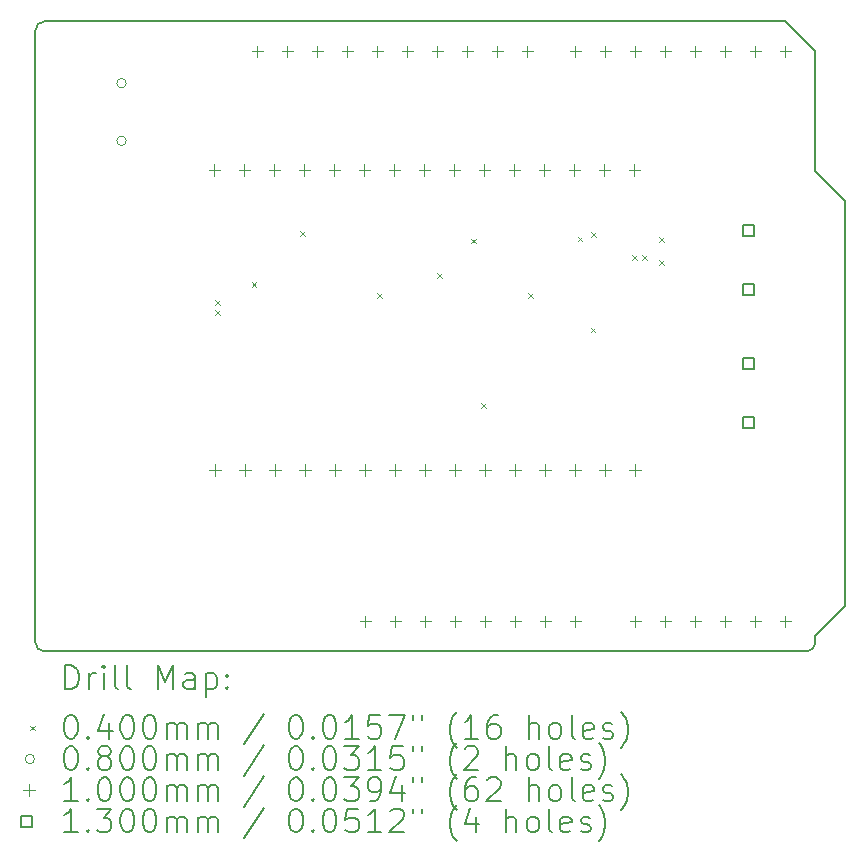
<source format=gbr>
%TF.GenerationSoftware,KiCad,Pcbnew,8.0.2*%
%TF.CreationDate,2024-05-23T15:40:14-04:00*%
%TF.ProjectId,ORA_Arduino_ESP_CAN_Shield_Rev_1.2,4f52415f-4172-4647-9569-6e6f5f455350,rev?*%
%TF.SameCoordinates,Original*%
%TF.FileFunction,Drillmap*%
%TF.FilePolarity,Positive*%
%FSLAX45Y45*%
G04 Gerber Fmt 4.5, Leading zero omitted, Abs format (unit mm)*
G04 Created by KiCad (PCBNEW 8.0.2) date 2024-05-23 15:40:14*
%MOMM*%
%LPD*%
G01*
G04 APERTURE LIST*
%ADD10C,0.150000*%
%ADD11C,0.200000*%
%ADD12C,0.100000*%
%ADD13C,0.130000*%
G04 APERTURE END LIST*
D10*
X16604000Y-5936000D02*
X16858000Y-6190000D01*
X10000000Y-9923800D02*
X10000000Y-4742200D01*
X16858000Y-6190000D02*
X16858000Y-9619000D01*
X16527800Y-10000000D02*
X10076200Y-10000000D01*
X10076200Y-4666000D02*
X16350000Y-4666000D01*
X10076200Y-10000000D02*
G75*
G02*
X10000000Y-9923800I0J76200D01*
G01*
X16858000Y-9619000D02*
X16604000Y-9873000D01*
X16350000Y-4666000D02*
X16604000Y-4920000D01*
X16604000Y-9923800D02*
G75*
G02*
X16527800Y-10000000I-76200J0D01*
G01*
X16604000Y-4920000D02*
X16604000Y-5936000D01*
X16604000Y-9873000D02*
X16604000Y-9923800D01*
X10000000Y-4742200D02*
G75*
G02*
X10076200Y-4666000I76200J0D01*
G01*
D11*
D12*
X11519000Y-7024000D02*
X11559000Y-7064000D01*
X11559000Y-7024000D02*
X11519000Y-7064000D01*
X11519000Y-7109000D02*
X11559000Y-7149000D01*
X11559000Y-7109000D02*
X11519000Y-7149000D01*
X11831000Y-6873000D02*
X11871000Y-6913000D01*
X11871000Y-6873000D02*
X11831000Y-6913000D01*
X12242000Y-6442000D02*
X12282000Y-6482000D01*
X12282000Y-6442000D02*
X12242000Y-6482000D01*
X12891000Y-6967000D02*
X12931000Y-7007000D01*
X12931000Y-6967000D02*
X12891000Y-7007000D01*
X13403000Y-6799000D02*
X13443000Y-6839000D01*
X13443000Y-6799000D02*
X13403000Y-6839000D01*
X13689000Y-6505000D02*
X13729000Y-6545000D01*
X13729000Y-6505000D02*
X13689000Y-6545000D01*
X13771000Y-7898000D02*
X13811000Y-7938000D01*
X13811000Y-7898000D02*
X13771000Y-7938000D01*
X14172000Y-6965000D02*
X14212000Y-7005000D01*
X14212000Y-6965000D02*
X14172000Y-7005000D01*
X14591000Y-6489000D02*
X14631000Y-6529000D01*
X14631000Y-6489000D02*
X14591000Y-6529000D01*
X14702000Y-7258000D02*
X14742000Y-7298000D01*
X14742000Y-7258000D02*
X14702000Y-7298000D01*
X14703000Y-6448000D02*
X14743000Y-6488000D01*
X14743000Y-6448000D02*
X14703000Y-6488000D01*
X15050500Y-6647000D02*
X15090500Y-6687000D01*
X15090500Y-6647000D02*
X15050500Y-6687000D01*
X15135500Y-6647000D02*
X15175500Y-6687000D01*
X15175500Y-6647000D02*
X15135500Y-6687000D01*
X15278000Y-6688000D02*
X15318000Y-6728000D01*
X15318000Y-6688000D02*
X15278000Y-6728000D01*
X15282000Y-6494000D02*
X15322000Y-6534000D01*
X15322000Y-6494000D02*
X15282000Y-6534000D01*
X10769000Y-5189000D02*
G75*
G02*
X10689000Y-5189000I-40000J0D01*
G01*
X10689000Y-5189000D02*
G75*
G02*
X10769000Y-5189000I40000J0D01*
G01*
X10769000Y-5677000D02*
G75*
G02*
X10689000Y-5677000I-40000J0D01*
G01*
X10689000Y-5677000D02*
G75*
G02*
X10769000Y-5677000I40000J0D01*
G01*
X11516000Y-5874000D02*
X11516000Y-5974000D01*
X11466000Y-5924000D02*
X11566000Y-5924000D01*
X11518000Y-8414000D02*
X11518000Y-8514000D01*
X11468000Y-8464000D02*
X11568000Y-8464000D01*
X11770000Y-5874000D02*
X11770000Y-5974000D01*
X11720000Y-5924000D02*
X11820000Y-5924000D01*
X11772000Y-8414000D02*
X11772000Y-8514000D01*
X11722000Y-8464000D02*
X11822000Y-8464000D01*
X11879600Y-4870000D02*
X11879600Y-4970000D01*
X11829600Y-4920000D02*
X11929600Y-4920000D01*
X12024000Y-5874000D02*
X12024000Y-5974000D01*
X11974000Y-5924000D02*
X12074000Y-5924000D01*
X12026000Y-8414000D02*
X12026000Y-8514000D01*
X11976000Y-8464000D02*
X12076000Y-8464000D01*
X12133600Y-4870000D02*
X12133600Y-4970000D01*
X12083600Y-4920000D02*
X12183600Y-4920000D01*
X12278000Y-5874000D02*
X12278000Y-5974000D01*
X12228000Y-5924000D02*
X12328000Y-5924000D01*
X12280000Y-8414000D02*
X12280000Y-8514000D01*
X12230000Y-8464000D02*
X12330000Y-8464000D01*
X12387600Y-4870000D02*
X12387600Y-4970000D01*
X12337600Y-4920000D02*
X12437600Y-4920000D01*
X12532000Y-5874000D02*
X12532000Y-5974000D01*
X12482000Y-5924000D02*
X12582000Y-5924000D01*
X12534000Y-8414000D02*
X12534000Y-8514000D01*
X12484000Y-8464000D02*
X12584000Y-8464000D01*
X12641600Y-4870000D02*
X12641600Y-4970000D01*
X12591600Y-4920000D02*
X12691600Y-4920000D01*
X12786000Y-5874000D02*
X12786000Y-5974000D01*
X12736000Y-5924000D02*
X12836000Y-5924000D01*
X12788000Y-8414000D02*
X12788000Y-8514000D01*
X12738000Y-8464000D02*
X12838000Y-8464000D01*
X12794000Y-9696000D02*
X12794000Y-9796000D01*
X12744000Y-9746000D02*
X12844000Y-9746000D01*
X12895600Y-4870000D02*
X12895600Y-4970000D01*
X12845600Y-4920000D02*
X12945600Y-4920000D01*
X13040000Y-5874000D02*
X13040000Y-5974000D01*
X12990000Y-5924000D02*
X13090000Y-5924000D01*
X13042000Y-8414000D02*
X13042000Y-8514000D01*
X12992000Y-8464000D02*
X13092000Y-8464000D01*
X13048000Y-9696000D02*
X13048000Y-9796000D01*
X12998000Y-9746000D02*
X13098000Y-9746000D01*
X13149600Y-4870000D02*
X13149600Y-4970000D01*
X13099600Y-4920000D02*
X13199600Y-4920000D01*
X13294000Y-5874000D02*
X13294000Y-5974000D01*
X13244000Y-5924000D02*
X13344000Y-5924000D01*
X13296000Y-8414000D02*
X13296000Y-8514000D01*
X13246000Y-8464000D02*
X13346000Y-8464000D01*
X13302000Y-9696000D02*
X13302000Y-9796000D01*
X13252000Y-9746000D02*
X13352000Y-9746000D01*
X13403600Y-4870000D02*
X13403600Y-4970000D01*
X13353600Y-4920000D02*
X13453600Y-4920000D01*
X13548000Y-5874000D02*
X13548000Y-5974000D01*
X13498000Y-5924000D02*
X13598000Y-5924000D01*
X13550000Y-8414000D02*
X13550000Y-8514000D01*
X13500000Y-8464000D02*
X13600000Y-8464000D01*
X13556000Y-9696000D02*
X13556000Y-9796000D01*
X13506000Y-9746000D02*
X13606000Y-9746000D01*
X13657600Y-4870000D02*
X13657600Y-4970000D01*
X13607600Y-4920000D02*
X13707600Y-4920000D01*
X13802000Y-5874000D02*
X13802000Y-5974000D01*
X13752000Y-5924000D02*
X13852000Y-5924000D01*
X13804000Y-8414000D02*
X13804000Y-8514000D01*
X13754000Y-8464000D02*
X13854000Y-8464000D01*
X13810000Y-9696000D02*
X13810000Y-9796000D01*
X13760000Y-9746000D02*
X13860000Y-9746000D01*
X13911600Y-4870000D02*
X13911600Y-4970000D01*
X13861600Y-4920000D02*
X13961600Y-4920000D01*
X14056000Y-5874000D02*
X14056000Y-5974000D01*
X14006000Y-5924000D02*
X14106000Y-5924000D01*
X14058000Y-8414000D02*
X14058000Y-8514000D01*
X14008000Y-8464000D02*
X14108000Y-8464000D01*
X14064000Y-9696000D02*
X14064000Y-9796000D01*
X14014000Y-9746000D02*
X14114000Y-9746000D01*
X14165600Y-4870000D02*
X14165600Y-4970000D01*
X14115600Y-4920000D02*
X14215600Y-4920000D01*
X14310000Y-5874000D02*
X14310000Y-5974000D01*
X14260000Y-5924000D02*
X14360000Y-5924000D01*
X14312000Y-8414000D02*
X14312000Y-8514000D01*
X14262000Y-8464000D02*
X14362000Y-8464000D01*
X14318000Y-9696000D02*
X14318000Y-9796000D01*
X14268000Y-9746000D02*
X14368000Y-9746000D01*
X14564000Y-5874000D02*
X14564000Y-5974000D01*
X14514000Y-5924000D02*
X14614000Y-5924000D01*
X14566000Y-8414000D02*
X14566000Y-8514000D01*
X14516000Y-8464000D02*
X14616000Y-8464000D01*
X14572000Y-4870000D02*
X14572000Y-4970000D01*
X14522000Y-4920000D02*
X14622000Y-4920000D01*
X14572000Y-9696000D02*
X14572000Y-9796000D01*
X14522000Y-9746000D02*
X14622000Y-9746000D01*
X14818000Y-5874000D02*
X14818000Y-5974000D01*
X14768000Y-5924000D02*
X14868000Y-5924000D01*
X14820000Y-8414000D02*
X14820000Y-8514000D01*
X14770000Y-8464000D02*
X14870000Y-8464000D01*
X14826000Y-4870000D02*
X14826000Y-4970000D01*
X14776000Y-4920000D02*
X14876000Y-4920000D01*
X15072000Y-5874000D02*
X15072000Y-5974000D01*
X15022000Y-5924000D02*
X15122000Y-5924000D01*
X15074000Y-8414000D02*
X15074000Y-8514000D01*
X15024000Y-8464000D02*
X15124000Y-8464000D01*
X15080000Y-4870000D02*
X15080000Y-4970000D01*
X15030000Y-4920000D02*
X15130000Y-4920000D01*
X15080000Y-9696000D02*
X15080000Y-9796000D01*
X15030000Y-9746000D02*
X15130000Y-9746000D01*
X15334000Y-4870000D02*
X15334000Y-4970000D01*
X15284000Y-4920000D02*
X15384000Y-4920000D01*
X15334000Y-9696000D02*
X15334000Y-9796000D01*
X15284000Y-9746000D02*
X15384000Y-9746000D01*
X15588000Y-4870000D02*
X15588000Y-4970000D01*
X15538000Y-4920000D02*
X15638000Y-4920000D01*
X15588000Y-9696000D02*
X15588000Y-9796000D01*
X15538000Y-9746000D02*
X15638000Y-9746000D01*
X15842000Y-4870000D02*
X15842000Y-4970000D01*
X15792000Y-4920000D02*
X15892000Y-4920000D01*
X15842000Y-9696000D02*
X15842000Y-9796000D01*
X15792000Y-9746000D02*
X15892000Y-9746000D01*
X16096000Y-4870000D02*
X16096000Y-4970000D01*
X16046000Y-4920000D02*
X16146000Y-4920000D01*
X16096000Y-9696000D02*
X16096000Y-9796000D01*
X16046000Y-9746000D02*
X16146000Y-9746000D01*
X16350000Y-4870000D02*
X16350000Y-4970000D01*
X16300000Y-4920000D02*
X16400000Y-4920000D01*
X16350000Y-9696000D02*
X16350000Y-9796000D01*
X16300000Y-9746000D02*
X16400000Y-9746000D01*
D13*
X16082462Y-6479962D02*
X16082462Y-6388038D01*
X15990538Y-6388038D01*
X15990538Y-6479962D01*
X16082462Y-6479962D01*
X16082462Y-6979962D02*
X16082462Y-6888038D01*
X15990538Y-6888038D01*
X15990538Y-6979962D01*
X16082462Y-6979962D01*
X16082462Y-7605962D02*
X16082462Y-7514038D01*
X15990538Y-7514038D01*
X15990538Y-7605962D01*
X16082462Y-7605962D01*
X16082462Y-8105962D02*
X16082462Y-8014038D01*
X15990538Y-8014038D01*
X15990538Y-8105962D01*
X16082462Y-8105962D01*
D11*
X10253277Y-10318984D02*
X10253277Y-10118984D01*
X10253277Y-10118984D02*
X10300896Y-10118984D01*
X10300896Y-10118984D02*
X10329467Y-10128508D01*
X10329467Y-10128508D02*
X10348515Y-10147555D01*
X10348515Y-10147555D02*
X10358039Y-10166603D01*
X10358039Y-10166603D02*
X10367563Y-10204698D01*
X10367563Y-10204698D02*
X10367563Y-10233270D01*
X10367563Y-10233270D02*
X10358039Y-10271365D01*
X10358039Y-10271365D02*
X10348515Y-10290412D01*
X10348515Y-10290412D02*
X10329467Y-10309460D01*
X10329467Y-10309460D02*
X10300896Y-10318984D01*
X10300896Y-10318984D02*
X10253277Y-10318984D01*
X10453277Y-10318984D02*
X10453277Y-10185650D01*
X10453277Y-10223746D02*
X10462801Y-10204698D01*
X10462801Y-10204698D02*
X10472324Y-10195174D01*
X10472324Y-10195174D02*
X10491372Y-10185650D01*
X10491372Y-10185650D02*
X10510420Y-10185650D01*
X10577086Y-10318984D02*
X10577086Y-10185650D01*
X10577086Y-10118984D02*
X10567563Y-10128508D01*
X10567563Y-10128508D02*
X10577086Y-10138031D01*
X10577086Y-10138031D02*
X10586610Y-10128508D01*
X10586610Y-10128508D02*
X10577086Y-10118984D01*
X10577086Y-10118984D02*
X10577086Y-10138031D01*
X10700896Y-10318984D02*
X10681848Y-10309460D01*
X10681848Y-10309460D02*
X10672324Y-10290412D01*
X10672324Y-10290412D02*
X10672324Y-10118984D01*
X10805658Y-10318984D02*
X10786610Y-10309460D01*
X10786610Y-10309460D02*
X10777086Y-10290412D01*
X10777086Y-10290412D02*
X10777086Y-10118984D01*
X11034229Y-10318984D02*
X11034229Y-10118984D01*
X11034229Y-10118984D02*
X11100896Y-10261841D01*
X11100896Y-10261841D02*
X11167563Y-10118984D01*
X11167563Y-10118984D02*
X11167563Y-10318984D01*
X11348515Y-10318984D02*
X11348515Y-10214222D01*
X11348515Y-10214222D02*
X11338991Y-10195174D01*
X11338991Y-10195174D02*
X11319943Y-10185650D01*
X11319943Y-10185650D02*
X11281848Y-10185650D01*
X11281848Y-10185650D02*
X11262801Y-10195174D01*
X11348515Y-10309460D02*
X11329467Y-10318984D01*
X11329467Y-10318984D02*
X11281848Y-10318984D01*
X11281848Y-10318984D02*
X11262801Y-10309460D01*
X11262801Y-10309460D02*
X11253277Y-10290412D01*
X11253277Y-10290412D02*
X11253277Y-10271365D01*
X11253277Y-10271365D02*
X11262801Y-10252317D01*
X11262801Y-10252317D02*
X11281848Y-10242793D01*
X11281848Y-10242793D02*
X11329467Y-10242793D01*
X11329467Y-10242793D02*
X11348515Y-10233270D01*
X11443753Y-10185650D02*
X11443753Y-10385650D01*
X11443753Y-10195174D02*
X11462801Y-10185650D01*
X11462801Y-10185650D02*
X11500896Y-10185650D01*
X11500896Y-10185650D02*
X11519943Y-10195174D01*
X11519943Y-10195174D02*
X11529467Y-10204698D01*
X11529467Y-10204698D02*
X11538991Y-10223746D01*
X11538991Y-10223746D02*
X11538991Y-10280889D01*
X11538991Y-10280889D02*
X11529467Y-10299936D01*
X11529467Y-10299936D02*
X11519943Y-10309460D01*
X11519943Y-10309460D02*
X11500896Y-10318984D01*
X11500896Y-10318984D02*
X11462801Y-10318984D01*
X11462801Y-10318984D02*
X11443753Y-10309460D01*
X11624705Y-10299936D02*
X11634229Y-10309460D01*
X11634229Y-10309460D02*
X11624705Y-10318984D01*
X11624705Y-10318984D02*
X11615182Y-10309460D01*
X11615182Y-10309460D02*
X11624705Y-10299936D01*
X11624705Y-10299936D02*
X11624705Y-10318984D01*
X11624705Y-10195174D02*
X11634229Y-10204698D01*
X11634229Y-10204698D02*
X11624705Y-10214222D01*
X11624705Y-10214222D02*
X11615182Y-10204698D01*
X11615182Y-10204698D02*
X11624705Y-10195174D01*
X11624705Y-10195174D02*
X11624705Y-10214222D01*
D12*
X9952500Y-10627500D02*
X9992500Y-10667500D01*
X9992500Y-10627500D02*
X9952500Y-10667500D01*
D11*
X10291372Y-10538984D02*
X10310420Y-10538984D01*
X10310420Y-10538984D02*
X10329467Y-10548508D01*
X10329467Y-10548508D02*
X10338991Y-10558031D01*
X10338991Y-10558031D02*
X10348515Y-10577079D01*
X10348515Y-10577079D02*
X10358039Y-10615174D01*
X10358039Y-10615174D02*
X10358039Y-10662793D01*
X10358039Y-10662793D02*
X10348515Y-10700889D01*
X10348515Y-10700889D02*
X10338991Y-10719936D01*
X10338991Y-10719936D02*
X10329467Y-10729460D01*
X10329467Y-10729460D02*
X10310420Y-10738984D01*
X10310420Y-10738984D02*
X10291372Y-10738984D01*
X10291372Y-10738984D02*
X10272324Y-10729460D01*
X10272324Y-10729460D02*
X10262801Y-10719936D01*
X10262801Y-10719936D02*
X10253277Y-10700889D01*
X10253277Y-10700889D02*
X10243753Y-10662793D01*
X10243753Y-10662793D02*
X10243753Y-10615174D01*
X10243753Y-10615174D02*
X10253277Y-10577079D01*
X10253277Y-10577079D02*
X10262801Y-10558031D01*
X10262801Y-10558031D02*
X10272324Y-10548508D01*
X10272324Y-10548508D02*
X10291372Y-10538984D01*
X10443753Y-10719936D02*
X10453277Y-10729460D01*
X10453277Y-10729460D02*
X10443753Y-10738984D01*
X10443753Y-10738984D02*
X10434229Y-10729460D01*
X10434229Y-10729460D02*
X10443753Y-10719936D01*
X10443753Y-10719936D02*
X10443753Y-10738984D01*
X10624705Y-10605650D02*
X10624705Y-10738984D01*
X10577086Y-10529460D02*
X10529467Y-10672317D01*
X10529467Y-10672317D02*
X10653277Y-10672317D01*
X10767563Y-10538984D02*
X10786610Y-10538984D01*
X10786610Y-10538984D02*
X10805658Y-10548508D01*
X10805658Y-10548508D02*
X10815182Y-10558031D01*
X10815182Y-10558031D02*
X10824705Y-10577079D01*
X10824705Y-10577079D02*
X10834229Y-10615174D01*
X10834229Y-10615174D02*
X10834229Y-10662793D01*
X10834229Y-10662793D02*
X10824705Y-10700889D01*
X10824705Y-10700889D02*
X10815182Y-10719936D01*
X10815182Y-10719936D02*
X10805658Y-10729460D01*
X10805658Y-10729460D02*
X10786610Y-10738984D01*
X10786610Y-10738984D02*
X10767563Y-10738984D01*
X10767563Y-10738984D02*
X10748515Y-10729460D01*
X10748515Y-10729460D02*
X10738991Y-10719936D01*
X10738991Y-10719936D02*
X10729467Y-10700889D01*
X10729467Y-10700889D02*
X10719944Y-10662793D01*
X10719944Y-10662793D02*
X10719944Y-10615174D01*
X10719944Y-10615174D02*
X10729467Y-10577079D01*
X10729467Y-10577079D02*
X10738991Y-10558031D01*
X10738991Y-10558031D02*
X10748515Y-10548508D01*
X10748515Y-10548508D02*
X10767563Y-10538984D01*
X10958039Y-10538984D02*
X10977086Y-10538984D01*
X10977086Y-10538984D02*
X10996134Y-10548508D01*
X10996134Y-10548508D02*
X11005658Y-10558031D01*
X11005658Y-10558031D02*
X11015182Y-10577079D01*
X11015182Y-10577079D02*
X11024705Y-10615174D01*
X11024705Y-10615174D02*
X11024705Y-10662793D01*
X11024705Y-10662793D02*
X11015182Y-10700889D01*
X11015182Y-10700889D02*
X11005658Y-10719936D01*
X11005658Y-10719936D02*
X10996134Y-10729460D01*
X10996134Y-10729460D02*
X10977086Y-10738984D01*
X10977086Y-10738984D02*
X10958039Y-10738984D01*
X10958039Y-10738984D02*
X10938991Y-10729460D01*
X10938991Y-10729460D02*
X10929467Y-10719936D01*
X10929467Y-10719936D02*
X10919944Y-10700889D01*
X10919944Y-10700889D02*
X10910420Y-10662793D01*
X10910420Y-10662793D02*
X10910420Y-10615174D01*
X10910420Y-10615174D02*
X10919944Y-10577079D01*
X10919944Y-10577079D02*
X10929467Y-10558031D01*
X10929467Y-10558031D02*
X10938991Y-10548508D01*
X10938991Y-10548508D02*
X10958039Y-10538984D01*
X11110420Y-10738984D02*
X11110420Y-10605650D01*
X11110420Y-10624698D02*
X11119944Y-10615174D01*
X11119944Y-10615174D02*
X11138991Y-10605650D01*
X11138991Y-10605650D02*
X11167563Y-10605650D01*
X11167563Y-10605650D02*
X11186610Y-10615174D01*
X11186610Y-10615174D02*
X11196134Y-10634222D01*
X11196134Y-10634222D02*
X11196134Y-10738984D01*
X11196134Y-10634222D02*
X11205658Y-10615174D01*
X11205658Y-10615174D02*
X11224705Y-10605650D01*
X11224705Y-10605650D02*
X11253277Y-10605650D01*
X11253277Y-10605650D02*
X11272324Y-10615174D01*
X11272324Y-10615174D02*
X11281848Y-10634222D01*
X11281848Y-10634222D02*
X11281848Y-10738984D01*
X11377086Y-10738984D02*
X11377086Y-10605650D01*
X11377086Y-10624698D02*
X11386610Y-10615174D01*
X11386610Y-10615174D02*
X11405658Y-10605650D01*
X11405658Y-10605650D02*
X11434229Y-10605650D01*
X11434229Y-10605650D02*
X11453277Y-10615174D01*
X11453277Y-10615174D02*
X11462801Y-10634222D01*
X11462801Y-10634222D02*
X11462801Y-10738984D01*
X11462801Y-10634222D02*
X11472324Y-10615174D01*
X11472324Y-10615174D02*
X11491372Y-10605650D01*
X11491372Y-10605650D02*
X11519943Y-10605650D01*
X11519943Y-10605650D02*
X11538991Y-10615174D01*
X11538991Y-10615174D02*
X11548515Y-10634222D01*
X11548515Y-10634222D02*
X11548515Y-10738984D01*
X11938991Y-10529460D02*
X11767563Y-10786603D01*
X12196134Y-10538984D02*
X12215182Y-10538984D01*
X12215182Y-10538984D02*
X12234229Y-10548508D01*
X12234229Y-10548508D02*
X12243753Y-10558031D01*
X12243753Y-10558031D02*
X12253277Y-10577079D01*
X12253277Y-10577079D02*
X12262801Y-10615174D01*
X12262801Y-10615174D02*
X12262801Y-10662793D01*
X12262801Y-10662793D02*
X12253277Y-10700889D01*
X12253277Y-10700889D02*
X12243753Y-10719936D01*
X12243753Y-10719936D02*
X12234229Y-10729460D01*
X12234229Y-10729460D02*
X12215182Y-10738984D01*
X12215182Y-10738984D02*
X12196134Y-10738984D01*
X12196134Y-10738984D02*
X12177086Y-10729460D01*
X12177086Y-10729460D02*
X12167563Y-10719936D01*
X12167563Y-10719936D02*
X12158039Y-10700889D01*
X12158039Y-10700889D02*
X12148515Y-10662793D01*
X12148515Y-10662793D02*
X12148515Y-10615174D01*
X12148515Y-10615174D02*
X12158039Y-10577079D01*
X12158039Y-10577079D02*
X12167563Y-10558031D01*
X12167563Y-10558031D02*
X12177086Y-10548508D01*
X12177086Y-10548508D02*
X12196134Y-10538984D01*
X12348515Y-10719936D02*
X12358039Y-10729460D01*
X12358039Y-10729460D02*
X12348515Y-10738984D01*
X12348515Y-10738984D02*
X12338991Y-10729460D01*
X12338991Y-10729460D02*
X12348515Y-10719936D01*
X12348515Y-10719936D02*
X12348515Y-10738984D01*
X12481848Y-10538984D02*
X12500896Y-10538984D01*
X12500896Y-10538984D02*
X12519944Y-10548508D01*
X12519944Y-10548508D02*
X12529467Y-10558031D01*
X12529467Y-10558031D02*
X12538991Y-10577079D01*
X12538991Y-10577079D02*
X12548515Y-10615174D01*
X12548515Y-10615174D02*
X12548515Y-10662793D01*
X12548515Y-10662793D02*
X12538991Y-10700889D01*
X12538991Y-10700889D02*
X12529467Y-10719936D01*
X12529467Y-10719936D02*
X12519944Y-10729460D01*
X12519944Y-10729460D02*
X12500896Y-10738984D01*
X12500896Y-10738984D02*
X12481848Y-10738984D01*
X12481848Y-10738984D02*
X12462801Y-10729460D01*
X12462801Y-10729460D02*
X12453277Y-10719936D01*
X12453277Y-10719936D02*
X12443753Y-10700889D01*
X12443753Y-10700889D02*
X12434229Y-10662793D01*
X12434229Y-10662793D02*
X12434229Y-10615174D01*
X12434229Y-10615174D02*
X12443753Y-10577079D01*
X12443753Y-10577079D02*
X12453277Y-10558031D01*
X12453277Y-10558031D02*
X12462801Y-10548508D01*
X12462801Y-10548508D02*
X12481848Y-10538984D01*
X12738991Y-10738984D02*
X12624706Y-10738984D01*
X12681848Y-10738984D02*
X12681848Y-10538984D01*
X12681848Y-10538984D02*
X12662801Y-10567555D01*
X12662801Y-10567555D02*
X12643753Y-10586603D01*
X12643753Y-10586603D02*
X12624706Y-10596127D01*
X12919944Y-10538984D02*
X12824706Y-10538984D01*
X12824706Y-10538984D02*
X12815182Y-10634222D01*
X12815182Y-10634222D02*
X12824706Y-10624698D01*
X12824706Y-10624698D02*
X12843753Y-10615174D01*
X12843753Y-10615174D02*
X12891372Y-10615174D01*
X12891372Y-10615174D02*
X12910420Y-10624698D01*
X12910420Y-10624698D02*
X12919944Y-10634222D01*
X12919944Y-10634222D02*
X12929467Y-10653270D01*
X12929467Y-10653270D02*
X12929467Y-10700889D01*
X12929467Y-10700889D02*
X12919944Y-10719936D01*
X12919944Y-10719936D02*
X12910420Y-10729460D01*
X12910420Y-10729460D02*
X12891372Y-10738984D01*
X12891372Y-10738984D02*
X12843753Y-10738984D01*
X12843753Y-10738984D02*
X12824706Y-10729460D01*
X12824706Y-10729460D02*
X12815182Y-10719936D01*
X12996134Y-10538984D02*
X13129467Y-10538984D01*
X13129467Y-10538984D02*
X13043753Y-10738984D01*
X13196134Y-10538984D02*
X13196134Y-10577079D01*
X13272325Y-10538984D02*
X13272325Y-10577079D01*
X13567563Y-10815174D02*
X13558039Y-10805650D01*
X13558039Y-10805650D02*
X13538991Y-10777079D01*
X13538991Y-10777079D02*
X13529468Y-10758031D01*
X13529468Y-10758031D02*
X13519944Y-10729460D01*
X13519944Y-10729460D02*
X13510420Y-10681841D01*
X13510420Y-10681841D02*
X13510420Y-10643746D01*
X13510420Y-10643746D02*
X13519944Y-10596127D01*
X13519944Y-10596127D02*
X13529468Y-10567555D01*
X13529468Y-10567555D02*
X13538991Y-10548508D01*
X13538991Y-10548508D02*
X13558039Y-10519936D01*
X13558039Y-10519936D02*
X13567563Y-10510412D01*
X13748515Y-10738984D02*
X13634229Y-10738984D01*
X13691372Y-10738984D02*
X13691372Y-10538984D01*
X13691372Y-10538984D02*
X13672325Y-10567555D01*
X13672325Y-10567555D02*
X13653277Y-10586603D01*
X13653277Y-10586603D02*
X13634229Y-10596127D01*
X13919944Y-10538984D02*
X13881848Y-10538984D01*
X13881848Y-10538984D02*
X13862801Y-10548508D01*
X13862801Y-10548508D02*
X13853277Y-10558031D01*
X13853277Y-10558031D02*
X13834229Y-10586603D01*
X13834229Y-10586603D02*
X13824706Y-10624698D01*
X13824706Y-10624698D02*
X13824706Y-10700889D01*
X13824706Y-10700889D02*
X13834229Y-10719936D01*
X13834229Y-10719936D02*
X13843753Y-10729460D01*
X13843753Y-10729460D02*
X13862801Y-10738984D01*
X13862801Y-10738984D02*
X13900896Y-10738984D01*
X13900896Y-10738984D02*
X13919944Y-10729460D01*
X13919944Y-10729460D02*
X13929468Y-10719936D01*
X13929468Y-10719936D02*
X13938991Y-10700889D01*
X13938991Y-10700889D02*
X13938991Y-10653270D01*
X13938991Y-10653270D02*
X13929468Y-10634222D01*
X13929468Y-10634222D02*
X13919944Y-10624698D01*
X13919944Y-10624698D02*
X13900896Y-10615174D01*
X13900896Y-10615174D02*
X13862801Y-10615174D01*
X13862801Y-10615174D02*
X13843753Y-10624698D01*
X13843753Y-10624698D02*
X13834229Y-10634222D01*
X13834229Y-10634222D02*
X13824706Y-10653270D01*
X14177087Y-10738984D02*
X14177087Y-10538984D01*
X14262801Y-10738984D02*
X14262801Y-10634222D01*
X14262801Y-10634222D02*
X14253277Y-10615174D01*
X14253277Y-10615174D02*
X14234230Y-10605650D01*
X14234230Y-10605650D02*
X14205658Y-10605650D01*
X14205658Y-10605650D02*
X14186610Y-10615174D01*
X14186610Y-10615174D02*
X14177087Y-10624698D01*
X14386610Y-10738984D02*
X14367563Y-10729460D01*
X14367563Y-10729460D02*
X14358039Y-10719936D01*
X14358039Y-10719936D02*
X14348515Y-10700889D01*
X14348515Y-10700889D02*
X14348515Y-10643746D01*
X14348515Y-10643746D02*
X14358039Y-10624698D01*
X14358039Y-10624698D02*
X14367563Y-10615174D01*
X14367563Y-10615174D02*
X14386610Y-10605650D01*
X14386610Y-10605650D02*
X14415182Y-10605650D01*
X14415182Y-10605650D02*
X14434230Y-10615174D01*
X14434230Y-10615174D02*
X14443753Y-10624698D01*
X14443753Y-10624698D02*
X14453277Y-10643746D01*
X14453277Y-10643746D02*
X14453277Y-10700889D01*
X14453277Y-10700889D02*
X14443753Y-10719936D01*
X14443753Y-10719936D02*
X14434230Y-10729460D01*
X14434230Y-10729460D02*
X14415182Y-10738984D01*
X14415182Y-10738984D02*
X14386610Y-10738984D01*
X14567563Y-10738984D02*
X14548515Y-10729460D01*
X14548515Y-10729460D02*
X14538991Y-10710412D01*
X14538991Y-10710412D02*
X14538991Y-10538984D01*
X14719944Y-10729460D02*
X14700896Y-10738984D01*
X14700896Y-10738984D02*
X14662801Y-10738984D01*
X14662801Y-10738984D02*
X14643753Y-10729460D01*
X14643753Y-10729460D02*
X14634230Y-10710412D01*
X14634230Y-10710412D02*
X14634230Y-10634222D01*
X14634230Y-10634222D02*
X14643753Y-10615174D01*
X14643753Y-10615174D02*
X14662801Y-10605650D01*
X14662801Y-10605650D02*
X14700896Y-10605650D01*
X14700896Y-10605650D02*
X14719944Y-10615174D01*
X14719944Y-10615174D02*
X14729468Y-10634222D01*
X14729468Y-10634222D02*
X14729468Y-10653270D01*
X14729468Y-10653270D02*
X14634230Y-10672317D01*
X14805658Y-10729460D02*
X14824706Y-10738984D01*
X14824706Y-10738984D02*
X14862801Y-10738984D01*
X14862801Y-10738984D02*
X14881849Y-10729460D01*
X14881849Y-10729460D02*
X14891372Y-10710412D01*
X14891372Y-10710412D02*
X14891372Y-10700889D01*
X14891372Y-10700889D02*
X14881849Y-10681841D01*
X14881849Y-10681841D02*
X14862801Y-10672317D01*
X14862801Y-10672317D02*
X14834230Y-10672317D01*
X14834230Y-10672317D02*
X14815182Y-10662793D01*
X14815182Y-10662793D02*
X14805658Y-10643746D01*
X14805658Y-10643746D02*
X14805658Y-10634222D01*
X14805658Y-10634222D02*
X14815182Y-10615174D01*
X14815182Y-10615174D02*
X14834230Y-10605650D01*
X14834230Y-10605650D02*
X14862801Y-10605650D01*
X14862801Y-10605650D02*
X14881849Y-10615174D01*
X14958039Y-10815174D02*
X14967563Y-10805650D01*
X14967563Y-10805650D02*
X14986611Y-10777079D01*
X14986611Y-10777079D02*
X14996134Y-10758031D01*
X14996134Y-10758031D02*
X15005658Y-10729460D01*
X15005658Y-10729460D02*
X15015182Y-10681841D01*
X15015182Y-10681841D02*
X15015182Y-10643746D01*
X15015182Y-10643746D02*
X15005658Y-10596127D01*
X15005658Y-10596127D02*
X14996134Y-10567555D01*
X14996134Y-10567555D02*
X14986611Y-10548508D01*
X14986611Y-10548508D02*
X14967563Y-10519936D01*
X14967563Y-10519936D02*
X14958039Y-10510412D01*
D12*
X9992500Y-10911500D02*
G75*
G02*
X9912500Y-10911500I-40000J0D01*
G01*
X9912500Y-10911500D02*
G75*
G02*
X9992500Y-10911500I40000J0D01*
G01*
D11*
X10291372Y-10802984D02*
X10310420Y-10802984D01*
X10310420Y-10802984D02*
X10329467Y-10812508D01*
X10329467Y-10812508D02*
X10338991Y-10822031D01*
X10338991Y-10822031D02*
X10348515Y-10841079D01*
X10348515Y-10841079D02*
X10358039Y-10879174D01*
X10358039Y-10879174D02*
X10358039Y-10926793D01*
X10358039Y-10926793D02*
X10348515Y-10964889D01*
X10348515Y-10964889D02*
X10338991Y-10983936D01*
X10338991Y-10983936D02*
X10329467Y-10993460D01*
X10329467Y-10993460D02*
X10310420Y-11002984D01*
X10310420Y-11002984D02*
X10291372Y-11002984D01*
X10291372Y-11002984D02*
X10272324Y-10993460D01*
X10272324Y-10993460D02*
X10262801Y-10983936D01*
X10262801Y-10983936D02*
X10253277Y-10964889D01*
X10253277Y-10964889D02*
X10243753Y-10926793D01*
X10243753Y-10926793D02*
X10243753Y-10879174D01*
X10243753Y-10879174D02*
X10253277Y-10841079D01*
X10253277Y-10841079D02*
X10262801Y-10822031D01*
X10262801Y-10822031D02*
X10272324Y-10812508D01*
X10272324Y-10812508D02*
X10291372Y-10802984D01*
X10443753Y-10983936D02*
X10453277Y-10993460D01*
X10453277Y-10993460D02*
X10443753Y-11002984D01*
X10443753Y-11002984D02*
X10434229Y-10993460D01*
X10434229Y-10993460D02*
X10443753Y-10983936D01*
X10443753Y-10983936D02*
X10443753Y-11002984D01*
X10567563Y-10888698D02*
X10548515Y-10879174D01*
X10548515Y-10879174D02*
X10538991Y-10869650D01*
X10538991Y-10869650D02*
X10529467Y-10850603D01*
X10529467Y-10850603D02*
X10529467Y-10841079D01*
X10529467Y-10841079D02*
X10538991Y-10822031D01*
X10538991Y-10822031D02*
X10548515Y-10812508D01*
X10548515Y-10812508D02*
X10567563Y-10802984D01*
X10567563Y-10802984D02*
X10605658Y-10802984D01*
X10605658Y-10802984D02*
X10624705Y-10812508D01*
X10624705Y-10812508D02*
X10634229Y-10822031D01*
X10634229Y-10822031D02*
X10643753Y-10841079D01*
X10643753Y-10841079D02*
X10643753Y-10850603D01*
X10643753Y-10850603D02*
X10634229Y-10869650D01*
X10634229Y-10869650D02*
X10624705Y-10879174D01*
X10624705Y-10879174D02*
X10605658Y-10888698D01*
X10605658Y-10888698D02*
X10567563Y-10888698D01*
X10567563Y-10888698D02*
X10548515Y-10898222D01*
X10548515Y-10898222D02*
X10538991Y-10907746D01*
X10538991Y-10907746D02*
X10529467Y-10926793D01*
X10529467Y-10926793D02*
X10529467Y-10964889D01*
X10529467Y-10964889D02*
X10538991Y-10983936D01*
X10538991Y-10983936D02*
X10548515Y-10993460D01*
X10548515Y-10993460D02*
X10567563Y-11002984D01*
X10567563Y-11002984D02*
X10605658Y-11002984D01*
X10605658Y-11002984D02*
X10624705Y-10993460D01*
X10624705Y-10993460D02*
X10634229Y-10983936D01*
X10634229Y-10983936D02*
X10643753Y-10964889D01*
X10643753Y-10964889D02*
X10643753Y-10926793D01*
X10643753Y-10926793D02*
X10634229Y-10907746D01*
X10634229Y-10907746D02*
X10624705Y-10898222D01*
X10624705Y-10898222D02*
X10605658Y-10888698D01*
X10767563Y-10802984D02*
X10786610Y-10802984D01*
X10786610Y-10802984D02*
X10805658Y-10812508D01*
X10805658Y-10812508D02*
X10815182Y-10822031D01*
X10815182Y-10822031D02*
X10824705Y-10841079D01*
X10824705Y-10841079D02*
X10834229Y-10879174D01*
X10834229Y-10879174D02*
X10834229Y-10926793D01*
X10834229Y-10926793D02*
X10824705Y-10964889D01*
X10824705Y-10964889D02*
X10815182Y-10983936D01*
X10815182Y-10983936D02*
X10805658Y-10993460D01*
X10805658Y-10993460D02*
X10786610Y-11002984D01*
X10786610Y-11002984D02*
X10767563Y-11002984D01*
X10767563Y-11002984D02*
X10748515Y-10993460D01*
X10748515Y-10993460D02*
X10738991Y-10983936D01*
X10738991Y-10983936D02*
X10729467Y-10964889D01*
X10729467Y-10964889D02*
X10719944Y-10926793D01*
X10719944Y-10926793D02*
X10719944Y-10879174D01*
X10719944Y-10879174D02*
X10729467Y-10841079D01*
X10729467Y-10841079D02*
X10738991Y-10822031D01*
X10738991Y-10822031D02*
X10748515Y-10812508D01*
X10748515Y-10812508D02*
X10767563Y-10802984D01*
X10958039Y-10802984D02*
X10977086Y-10802984D01*
X10977086Y-10802984D02*
X10996134Y-10812508D01*
X10996134Y-10812508D02*
X11005658Y-10822031D01*
X11005658Y-10822031D02*
X11015182Y-10841079D01*
X11015182Y-10841079D02*
X11024705Y-10879174D01*
X11024705Y-10879174D02*
X11024705Y-10926793D01*
X11024705Y-10926793D02*
X11015182Y-10964889D01*
X11015182Y-10964889D02*
X11005658Y-10983936D01*
X11005658Y-10983936D02*
X10996134Y-10993460D01*
X10996134Y-10993460D02*
X10977086Y-11002984D01*
X10977086Y-11002984D02*
X10958039Y-11002984D01*
X10958039Y-11002984D02*
X10938991Y-10993460D01*
X10938991Y-10993460D02*
X10929467Y-10983936D01*
X10929467Y-10983936D02*
X10919944Y-10964889D01*
X10919944Y-10964889D02*
X10910420Y-10926793D01*
X10910420Y-10926793D02*
X10910420Y-10879174D01*
X10910420Y-10879174D02*
X10919944Y-10841079D01*
X10919944Y-10841079D02*
X10929467Y-10822031D01*
X10929467Y-10822031D02*
X10938991Y-10812508D01*
X10938991Y-10812508D02*
X10958039Y-10802984D01*
X11110420Y-11002984D02*
X11110420Y-10869650D01*
X11110420Y-10888698D02*
X11119944Y-10879174D01*
X11119944Y-10879174D02*
X11138991Y-10869650D01*
X11138991Y-10869650D02*
X11167563Y-10869650D01*
X11167563Y-10869650D02*
X11186610Y-10879174D01*
X11186610Y-10879174D02*
X11196134Y-10898222D01*
X11196134Y-10898222D02*
X11196134Y-11002984D01*
X11196134Y-10898222D02*
X11205658Y-10879174D01*
X11205658Y-10879174D02*
X11224705Y-10869650D01*
X11224705Y-10869650D02*
X11253277Y-10869650D01*
X11253277Y-10869650D02*
X11272324Y-10879174D01*
X11272324Y-10879174D02*
X11281848Y-10898222D01*
X11281848Y-10898222D02*
X11281848Y-11002984D01*
X11377086Y-11002984D02*
X11377086Y-10869650D01*
X11377086Y-10888698D02*
X11386610Y-10879174D01*
X11386610Y-10879174D02*
X11405658Y-10869650D01*
X11405658Y-10869650D02*
X11434229Y-10869650D01*
X11434229Y-10869650D02*
X11453277Y-10879174D01*
X11453277Y-10879174D02*
X11462801Y-10898222D01*
X11462801Y-10898222D02*
X11462801Y-11002984D01*
X11462801Y-10898222D02*
X11472324Y-10879174D01*
X11472324Y-10879174D02*
X11491372Y-10869650D01*
X11491372Y-10869650D02*
X11519943Y-10869650D01*
X11519943Y-10869650D02*
X11538991Y-10879174D01*
X11538991Y-10879174D02*
X11548515Y-10898222D01*
X11548515Y-10898222D02*
X11548515Y-11002984D01*
X11938991Y-10793460D02*
X11767563Y-11050603D01*
X12196134Y-10802984D02*
X12215182Y-10802984D01*
X12215182Y-10802984D02*
X12234229Y-10812508D01*
X12234229Y-10812508D02*
X12243753Y-10822031D01*
X12243753Y-10822031D02*
X12253277Y-10841079D01*
X12253277Y-10841079D02*
X12262801Y-10879174D01*
X12262801Y-10879174D02*
X12262801Y-10926793D01*
X12262801Y-10926793D02*
X12253277Y-10964889D01*
X12253277Y-10964889D02*
X12243753Y-10983936D01*
X12243753Y-10983936D02*
X12234229Y-10993460D01*
X12234229Y-10993460D02*
X12215182Y-11002984D01*
X12215182Y-11002984D02*
X12196134Y-11002984D01*
X12196134Y-11002984D02*
X12177086Y-10993460D01*
X12177086Y-10993460D02*
X12167563Y-10983936D01*
X12167563Y-10983936D02*
X12158039Y-10964889D01*
X12158039Y-10964889D02*
X12148515Y-10926793D01*
X12148515Y-10926793D02*
X12148515Y-10879174D01*
X12148515Y-10879174D02*
X12158039Y-10841079D01*
X12158039Y-10841079D02*
X12167563Y-10822031D01*
X12167563Y-10822031D02*
X12177086Y-10812508D01*
X12177086Y-10812508D02*
X12196134Y-10802984D01*
X12348515Y-10983936D02*
X12358039Y-10993460D01*
X12358039Y-10993460D02*
X12348515Y-11002984D01*
X12348515Y-11002984D02*
X12338991Y-10993460D01*
X12338991Y-10993460D02*
X12348515Y-10983936D01*
X12348515Y-10983936D02*
X12348515Y-11002984D01*
X12481848Y-10802984D02*
X12500896Y-10802984D01*
X12500896Y-10802984D02*
X12519944Y-10812508D01*
X12519944Y-10812508D02*
X12529467Y-10822031D01*
X12529467Y-10822031D02*
X12538991Y-10841079D01*
X12538991Y-10841079D02*
X12548515Y-10879174D01*
X12548515Y-10879174D02*
X12548515Y-10926793D01*
X12548515Y-10926793D02*
X12538991Y-10964889D01*
X12538991Y-10964889D02*
X12529467Y-10983936D01*
X12529467Y-10983936D02*
X12519944Y-10993460D01*
X12519944Y-10993460D02*
X12500896Y-11002984D01*
X12500896Y-11002984D02*
X12481848Y-11002984D01*
X12481848Y-11002984D02*
X12462801Y-10993460D01*
X12462801Y-10993460D02*
X12453277Y-10983936D01*
X12453277Y-10983936D02*
X12443753Y-10964889D01*
X12443753Y-10964889D02*
X12434229Y-10926793D01*
X12434229Y-10926793D02*
X12434229Y-10879174D01*
X12434229Y-10879174D02*
X12443753Y-10841079D01*
X12443753Y-10841079D02*
X12453277Y-10822031D01*
X12453277Y-10822031D02*
X12462801Y-10812508D01*
X12462801Y-10812508D02*
X12481848Y-10802984D01*
X12615182Y-10802984D02*
X12738991Y-10802984D01*
X12738991Y-10802984D02*
X12672325Y-10879174D01*
X12672325Y-10879174D02*
X12700896Y-10879174D01*
X12700896Y-10879174D02*
X12719944Y-10888698D01*
X12719944Y-10888698D02*
X12729467Y-10898222D01*
X12729467Y-10898222D02*
X12738991Y-10917270D01*
X12738991Y-10917270D02*
X12738991Y-10964889D01*
X12738991Y-10964889D02*
X12729467Y-10983936D01*
X12729467Y-10983936D02*
X12719944Y-10993460D01*
X12719944Y-10993460D02*
X12700896Y-11002984D01*
X12700896Y-11002984D02*
X12643753Y-11002984D01*
X12643753Y-11002984D02*
X12624706Y-10993460D01*
X12624706Y-10993460D02*
X12615182Y-10983936D01*
X12929467Y-11002984D02*
X12815182Y-11002984D01*
X12872325Y-11002984D02*
X12872325Y-10802984D01*
X12872325Y-10802984D02*
X12853277Y-10831555D01*
X12853277Y-10831555D02*
X12834229Y-10850603D01*
X12834229Y-10850603D02*
X12815182Y-10860127D01*
X13110420Y-10802984D02*
X13015182Y-10802984D01*
X13015182Y-10802984D02*
X13005658Y-10898222D01*
X13005658Y-10898222D02*
X13015182Y-10888698D01*
X13015182Y-10888698D02*
X13034229Y-10879174D01*
X13034229Y-10879174D02*
X13081848Y-10879174D01*
X13081848Y-10879174D02*
X13100896Y-10888698D01*
X13100896Y-10888698D02*
X13110420Y-10898222D01*
X13110420Y-10898222D02*
X13119944Y-10917270D01*
X13119944Y-10917270D02*
X13119944Y-10964889D01*
X13119944Y-10964889D02*
X13110420Y-10983936D01*
X13110420Y-10983936D02*
X13100896Y-10993460D01*
X13100896Y-10993460D02*
X13081848Y-11002984D01*
X13081848Y-11002984D02*
X13034229Y-11002984D01*
X13034229Y-11002984D02*
X13015182Y-10993460D01*
X13015182Y-10993460D02*
X13005658Y-10983936D01*
X13196134Y-10802984D02*
X13196134Y-10841079D01*
X13272325Y-10802984D02*
X13272325Y-10841079D01*
X13567563Y-11079174D02*
X13558039Y-11069650D01*
X13558039Y-11069650D02*
X13538991Y-11041079D01*
X13538991Y-11041079D02*
X13529468Y-11022031D01*
X13529468Y-11022031D02*
X13519944Y-10993460D01*
X13519944Y-10993460D02*
X13510420Y-10945841D01*
X13510420Y-10945841D02*
X13510420Y-10907746D01*
X13510420Y-10907746D02*
X13519944Y-10860127D01*
X13519944Y-10860127D02*
X13529468Y-10831555D01*
X13529468Y-10831555D02*
X13538991Y-10812508D01*
X13538991Y-10812508D02*
X13558039Y-10783936D01*
X13558039Y-10783936D02*
X13567563Y-10774412D01*
X13634229Y-10822031D02*
X13643753Y-10812508D01*
X13643753Y-10812508D02*
X13662801Y-10802984D01*
X13662801Y-10802984D02*
X13710420Y-10802984D01*
X13710420Y-10802984D02*
X13729468Y-10812508D01*
X13729468Y-10812508D02*
X13738991Y-10822031D01*
X13738991Y-10822031D02*
X13748515Y-10841079D01*
X13748515Y-10841079D02*
X13748515Y-10860127D01*
X13748515Y-10860127D02*
X13738991Y-10888698D01*
X13738991Y-10888698D02*
X13624706Y-11002984D01*
X13624706Y-11002984D02*
X13748515Y-11002984D01*
X13986610Y-11002984D02*
X13986610Y-10802984D01*
X14072325Y-11002984D02*
X14072325Y-10898222D01*
X14072325Y-10898222D02*
X14062801Y-10879174D01*
X14062801Y-10879174D02*
X14043753Y-10869650D01*
X14043753Y-10869650D02*
X14015182Y-10869650D01*
X14015182Y-10869650D02*
X13996134Y-10879174D01*
X13996134Y-10879174D02*
X13986610Y-10888698D01*
X14196134Y-11002984D02*
X14177087Y-10993460D01*
X14177087Y-10993460D02*
X14167563Y-10983936D01*
X14167563Y-10983936D02*
X14158039Y-10964889D01*
X14158039Y-10964889D02*
X14158039Y-10907746D01*
X14158039Y-10907746D02*
X14167563Y-10888698D01*
X14167563Y-10888698D02*
X14177087Y-10879174D01*
X14177087Y-10879174D02*
X14196134Y-10869650D01*
X14196134Y-10869650D02*
X14224706Y-10869650D01*
X14224706Y-10869650D02*
X14243753Y-10879174D01*
X14243753Y-10879174D02*
X14253277Y-10888698D01*
X14253277Y-10888698D02*
X14262801Y-10907746D01*
X14262801Y-10907746D02*
X14262801Y-10964889D01*
X14262801Y-10964889D02*
X14253277Y-10983936D01*
X14253277Y-10983936D02*
X14243753Y-10993460D01*
X14243753Y-10993460D02*
X14224706Y-11002984D01*
X14224706Y-11002984D02*
X14196134Y-11002984D01*
X14377087Y-11002984D02*
X14358039Y-10993460D01*
X14358039Y-10993460D02*
X14348515Y-10974412D01*
X14348515Y-10974412D02*
X14348515Y-10802984D01*
X14529468Y-10993460D02*
X14510420Y-11002984D01*
X14510420Y-11002984D02*
X14472325Y-11002984D01*
X14472325Y-11002984D02*
X14453277Y-10993460D01*
X14453277Y-10993460D02*
X14443753Y-10974412D01*
X14443753Y-10974412D02*
X14443753Y-10898222D01*
X14443753Y-10898222D02*
X14453277Y-10879174D01*
X14453277Y-10879174D02*
X14472325Y-10869650D01*
X14472325Y-10869650D02*
X14510420Y-10869650D01*
X14510420Y-10869650D02*
X14529468Y-10879174D01*
X14529468Y-10879174D02*
X14538991Y-10898222D01*
X14538991Y-10898222D02*
X14538991Y-10917270D01*
X14538991Y-10917270D02*
X14443753Y-10936317D01*
X14615182Y-10993460D02*
X14634230Y-11002984D01*
X14634230Y-11002984D02*
X14672325Y-11002984D01*
X14672325Y-11002984D02*
X14691372Y-10993460D01*
X14691372Y-10993460D02*
X14700896Y-10974412D01*
X14700896Y-10974412D02*
X14700896Y-10964889D01*
X14700896Y-10964889D02*
X14691372Y-10945841D01*
X14691372Y-10945841D02*
X14672325Y-10936317D01*
X14672325Y-10936317D02*
X14643753Y-10936317D01*
X14643753Y-10936317D02*
X14624706Y-10926793D01*
X14624706Y-10926793D02*
X14615182Y-10907746D01*
X14615182Y-10907746D02*
X14615182Y-10898222D01*
X14615182Y-10898222D02*
X14624706Y-10879174D01*
X14624706Y-10879174D02*
X14643753Y-10869650D01*
X14643753Y-10869650D02*
X14672325Y-10869650D01*
X14672325Y-10869650D02*
X14691372Y-10879174D01*
X14767563Y-11079174D02*
X14777087Y-11069650D01*
X14777087Y-11069650D02*
X14796134Y-11041079D01*
X14796134Y-11041079D02*
X14805658Y-11022031D01*
X14805658Y-11022031D02*
X14815182Y-10993460D01*
X14815182Y-10993460D02*
X14824706Y-10945841D01*
X14824706Y-10945841D02*
X14824706Y-10907746D01*
X14824706Y-10907746D02*
X14815182Y-10860127D01*
X14815182Y-10860127D02*
X14805658Y-10831555D01*
X14805658Y-10831555D02*
X14796134Y-10812508D01*
X14796134Y-10812508D02*
X14777087Y-10783936D01*
X14777087Y-10783936D02*
X14767563Y-10774412D01*
D12*
X9942500Y-11125500D02*
X9942500Y-11225500D01*
X9892500Y-11175500D02*
X9992500Y-11175500D01*
D11*
X10358039Y-11266984D02*
X10243753Y-11266984D01*
X10300896Y-11266984D02*
X10300896Y-11066984D01*
X10300896Y-11066984D02*
X10281848Y-11095555D01*
X10281848Y-11095555D02*
X10262801Y-11114603D01*
X10262801Y-11114603D02*
X10243753Y-11124127D01*
X10443753Y-11247936D02*
X10453277Y-11257460D01*
X10453277Y-11257460D02*
X10443753Y-11266984D01*
X10443753Y-11266984D02*
X10434229Y-11257460D01*
X10434229Y-11257460D02*
X10443753Y-11247936D01*
X10443753Y-11247936D02*
X10443753Y-11266984D01*
X10577086Y-11066984D02*
X10596134Y-11066984D01*
X10596134Y-11066984D02*
X10615182Y-11076508D01*
X10615182Y-11076508D02*
X10624705Y-11086031D01*
X10624705Y-11086031D02*
X10634229Y-11105079D01*
X10634229Y-11105079D02*
X10643753Y-11143174D01*
X10643753Y-11143174D02*
X10643753Y-11190793D01*
X10643753Y-11190793D02*
X10634229Y-11228888D01*
X10634229Y-11228888D02*
X10624705Y-11247936D01*
X10624705Y-11247936D02*
X10615182Y-11257460D01*
X10615182Y-11257460D02*
X10596134Y-11266984D01*
X10596134Y-11266984D02*
X10577086Y-11266984D01*
X10577086Y-11266984D02*
X10558039Y-11257460D01*
X10558039Y-11257460D02*
X10548515Y-11247936D01*
X10548515Y-11247936D02*
X10538991Y-11228888D01*
X10538991Y-11228888D02*
X10529467Y-11190793D01*
X10529467Y-11190793D02*
X10529467Y-11143174D01*
X10529467Y-11143174D02*
X10538991Y-11105079D01*
X10538991Y-11105079D02*
X10548515Y-11086031D01*
X10548515Y-11086031D02*
X10558039Y-11076508D01*
X10558039Y-11076508D02*
X10577086Y-11066984D01*
X10767563Y-11066984D02*
X10786610Y-11066984D01*
X10786610Y-11066984D02*
X10805658Y-11076508D01*
X10805658Y-11076508D02*
X10815182Y-11086031D01*
X10815182Y-11086031D02*
X10824705Y-11105079D01*
X10824705Y-11105079D02*
X10834229Y-11143174D01*
X10834229Y-11143174D02*
X10834229Y-11190793D01*
X10834229Y-11190793D02*
X10824705Y-11228888D01*
X10824705Y-11228888D02*
X10815182Y-11247936D01*
X10815182Y-11247936D02*
X10805658Y-11257460D01*
X10805658Y-11257460D02*
X10786610Y-11266984D01*
X10786610Y-11266984D02*
X10767563Y-11266984D01*
X10767563Y-11266984D02*
X10748515Y-11257460D01*
X10748515Y-11257460D02*
X10738991Y-11247936D01*
X10738991Y-11247936D02*
X10729467Y-11228888D01*
X10729467Y-11228888D02*
X10719944Y-11190793D01*
X10719944Y-11190793D02*
X10719944Y-11143174D01*
X10719944Y-11143174D02*
X10729467Y-11105079D01*
X10729467Y-11105079D02*
X10738991Y-11086031D01*
X10738991Y-11086031D02*
X10748515Y-11076508D01*
X10748515Y-11076508D02*
X10767563Y-11066984D01*
X10958039Y-11066984D02*
X10977086Y-11066984D01*
X10977086Y-11066984D02*
X10996134Y-11076508D01*
X10996134Y-11076508D02*
X11005658Y-11086031D01*
X11005658Y-11086031D02*
X11015182Y-11105079D01*
X11015182Y-11105079D02*
X11024705Y-11143174D01*
X11024705Y-11143174D02*
X11024705Y-11190793D01*
X11024705Y-11190793D02*
X11015182Y-11228888D01*
X11015182Y-11228888D02*
X11005658Y-11247936D01*
X11005658Y-11247936D02*
X10996134Y-11257460D01*
X10996134Y-11257460D02*
X10977086Y-11266984D01*
X10977086Y-11266984D02*
X10958039Y-11266984D01*
X10958039Y-11266984D02*
X10938991Y-11257460D01*
X10938991Y-11257460D02*
X10929467Y-11247936D01*
X10929467Y-11247936D02*
X10919944Y-11228888D01*
X10919944Y-11228888D02*
X10910420Y-11190793D01*
X10910420Y-11190793D02*
X10910420Y-11143174D01*
X10910420Y-11143174D02*
X10919944Y-11105079D01*
X10919944Y-11105079D02*
X10929467Y-11086031D01*
X10929467Y-11086031D02*
X10938991Y-11076508D01*
X10938991Y-11076508D02*
X10958039Y-11066984D01*
X11110420Y-11266984D02*
X11110420Y-11133650D01*
X11110420Y-11152698D02*
X11119944Y-11143174D01*
X11119944Y-11143174D02*
X11138991Y-11133650D01*
X11138991Y-11133650D02*
X11167563Y-11133650D01*
X11167563Y-11133650D02*
X11186610Y-11143174D01*
X11186610Y-11143174D02*
X11196134Y-11162222D01*
X11196134Y-11162222D02*
X11196134Y-11266984D01*
X11196134Y-11162222D02*
X11205658Y-11143174D01*
X11205658Y-11143174D02*
X11224705Y-11133650D01*
X11224705Y-11133650D02*
X11253277Y-11133650D01*
X11253277Y-11133650D02*
X11272324Y-11143174D01*
X11272324Y-11143174D02*
X11281848Y-11162222D01*
X11281848Y-11162222D02*
X11281848Y-11266984D01*
X11377086Y-11266984D02*
X11377086Y-11133650D01*
X11377086Y-11152698D02*
X11386610Y-11143174D01*
X11386610Y-11143174D02*
X11405658Y-11133650D01*
X11405658Y-11133650D02*
X11434229Y-11133650D01*
X11434229Y-11133650D02*
X11453277Y-11143174D01*
X11453277Y-11143174D02*
X11462801Y-11162222D01*
X11462801Y-11162222D02*
X11462801Y-11266984D01*
X11462801Y-11162222D02*
X11472324Y-11143174D01*
X11472324Y-11143174D02*
X11491372Y-11133650D01*
X11491372Y-11133650D02*
X11519943Y-11133650D01*
X11519943Y-11133650D02*
X11538991Y-11143174D01*
X11538991Y-11143174D02*
X11548515Y-11162222D01*
X11548515Y-11162222D02*
X11548515Y-11266984D01*
X11938991Y-11057460D02*
X11767563Y-11314603D01*
X12196134Y-11066984D02*
X12215182Y-11066984D01*
X12215182Y-11066984D02*
X12234229Y-11076508D01*
X12234229Y-11076508D02*
X12243753Y-11086031D01*
X12243753Y-11086031D02*
X12253277Y-11105079D01*
X12253277Y-11105079D02*
X12262801Y-11143174D01*
X12262801Y-11143174D02*
X12262801Y-11190793D01*
X12262801Y-11190793D02*
X12253277Y-11228888D01*
X12253277Y-11228888D02*
X12243753Y-11247936D01*
X12243753Y-11247936D02*
X12234229Y-11257460D01*
X12234229Y-11257460D02*
X12215182Y-11266984D01*
X12215182Y-11266984D02*
X12196134Y-11266984D01*
X12196134Y-11266984D02*
X12177086Y-11257460D01*
X12177086Y-11257460D02*
X12167563Y-11247936D01*
X12167563Y-11247936D02*
X12158039Y-11228888D01*
X12158039Y-11228888D02*
X12148515Y-11190793D01*
X12148515Y-11190793D02*
X12148515Y-11143174D01*
X12148515Y-11143174D02*
X12158039Y-11105079D01*
X12158039Y-11105079D02*
X12167563Y-11086031D01*
X12167563Y-11086031D02*
X12177086Y-11076508D01*
X12177086Y-11076508D02*
X12196134Y-11066984D01*
X12348515Y-11247936D02*
X12358039Y-11257460D01*
X12358039Y-11257460D02*
X12348515Y-11266984D01*
X12348515Y-11266984D02*
X12338991Y-11257460D01*
X12338991Y-11257460D02*
X12348515Y-11247936D01*
X12348515Y-11247936D02*
X12348515Y-11266984D01*
X12481848Y-11066984D02*
X12500896Y-11066984D01*
X12500896Y-11066984D02*
X12519944Y-11076508D01*
X12519944Y-11076508D02*
X12529467Y-11086031D01*
X12529467Y-11086031D02*
X12538991Y-11105079D01*
X12538991Y-11105079D02*
X12548515Y-11143174D01*
X12548515Y-11143174D02*
X12548515Y-11190793D01*
X12548515Y-11190793D02*
X12538991Y-11228888D01*
X12538991Y-11228888D02*
X12529467Y-11247936D01*
X12529467Y-11247936D02*
X12519944Y-11257460D01*
X12519944Y-11257460D02*
X12500896Y-11266984D01*
X12500896Y-11266984D02*
X12481848Y-11266984D01*
X12481848Y-11266984D02*
X12462801Y-11257460D01*
X12462801Y-11257460D02*
X12453277Y-11247936D01*
X12453277Y-11247936D02*
X12443753Y-11228888D01*
X12443753Y-11228888D02*
X12434229Y-11190793D01*
X12434229Y-11190793D02*
X12434229Y-11143174D01*
X12434229Y-11143174D02*
X12443753Y-11105079D01*
X12443753Y-11105079D02*
X12453277Y-11086031D01*
X12453277Y-11086031D02*
X12462801Y-11076508D01*
X12462801Y-11076508D02*
X12481848Y-11066984D01*
X12615182Y-11066984D02*
X12738991Y-11066984D01*
X12738991Y-11066984D02*
X12672325Y-11143174D01*
X12672325Y-11143174D02*
X12700896Y-11143174D01*
X12700896Y-11143174D02*
X12719944Y-11152698D01*
X12719944Y-11152698D02*
X12729467Y-11162222D01*
X12729467Y-11162222D02*
X12738991Y-11181270D01*
X12738991Y-11181270D02*
X12738991Y-11228888D01*
X12738991Y-11228888D02*
X12729467Y-11247936D01*
X12729467Y-11247936D02*
X12719944Y-11257460D01*
X12719944Y-11257460D02*
X12700896Y-11266984D01*
X12700896Y-11266984D02*
X12643753Y-11266984D01*
X12643753Y-11266984D02*
X12624706Y-11257460D01*
X12624706Y-11257460D02*
X12615182Y-11247936D01*
X12834229Y-11266984D02*
X12872325Y-11266984D01*
X12872325Y-11266984D02*
X12891372Y-11257460D01*
X12891372Y-11257460D02*
X12900896Y-11247936D01*
X12900896Y-11247936D02*
X12919944Y-11219365D01*
X12919944Y-11219365D02*
X12929467Y-11181270D01*
X12929467Y-11181270D02*
X12929467Y-11105079D01*
X12929467Y-11105079D02*
X12919944Y-11086031D01*
X12919944Y-11086031D02*
X12910420Y-11076508D01*
X12910420Y-11076508D02*
X12891372Y-11066984D01*
X12891372Y-11066984D02*
X12853277Y-11066984D01*
X12853277Y-11066984D02*
X12834229Y-11076508D01*
X12834229Y-11076508D02*
X12824706Y-11086031D01*
X12824706Y-11086031D02*
X12815182Y-11105079D01*
X12815182Y-11105079D02*
X12815182Y-11152698D01*
X12815182Y-11152698D02*
X12824706Y-11171746D01*
X12824706Y-11171746D02*
X12834229Y-11181270D01*
X12834229Y-11181270D02*
X12853277Y-11190793D01*
X12853277Y-11190793D02*
X12891372Y-11190793D01*
X12891372Y-11190793D02*
X12910420Y-11181270D01*
X12910420Y-11181270D02*
X12919944Y-11171746D01*
X12919944Y-11171746D02*
X12929467Y-11152698D01*
X13100896Y-11133650D02*
X13100896Y-11266984D01*
X13053277Y-11057460D02*
X13005658Y-11200317D01*
X13005658Y-11200317D02*
X13129467Y-11200317D01*
X13196134Y-11066984D02*
X13196134Y-11105079D01*
X13272325Y-11066984D02*
X13272325Y-11105079D01*
X13567563Y-11343174D02*
X13558039Y-11333650D01*
X13558039Y-11333650D02*
X13538991Y-11305079D01*
X13538991Y-11305079D02*
X13529468Y-11286031D01*
X13529468Y-11286031D02*
X13519944Y-11257460D01*
X13519944Y-11257460D02*
X13510420Y-11209841D01*
X13510420Y-11209841D02*
X13510420Y-11171746D01*
X13510420Y-11171746D02*
X13519944Y-11124127D01*
X13519944Y-11124127D02*
X13529468Y-11095555D01*
X13529468Y-11095555D02*
X13538991Y-11076508D01*
X13538991Y-11076508D02*
X13558039Y-11047936D01*
X13558039Y-11047936D02*
X13567563Y-11038412D01*
X13729468Y-11066984D02*
X13691372Y-11066984D01*
X13691372Y-11066984D02*
X13672325Y-11076508D01*
X13672325Y-11076508D02*
X13662801Y-11086031D01*
X13662801Y-11086031D02*
X13643753Y-11114603D01*
X13643753Y-11114603D02*
X13634229Y-11152698D01*
X13634229Y-11152698D02*
X13634229Y-11228888D01*
X13634229Y-11228888D02*
X13643753Y-11247936D01*
X13643753Y-11247936D02*
X13653277Y-11257460D01*
X13653277Y-11257460D02*
X13672325Y-11266984D01*
X13672325Y-11266984D02*
X13710420Y-11266984D01*
X13710420Y-11266984D02*
X13729468Y-11257460D01*
X13729468Y-11257460D02*
X13738991Y-11247936D01*
X13738991Y-11247936D02*
X13748515Y-11228888D01*
X13748515Y-11228888D02*
X13748515Y-11181270D01*
X13748515Y-11181270D02*
X13738991Y-11162222D01*
X13738991Y-11162222D02*
X13729468Y-11152698D01*
X13729468Y-11152698D02*
X13710420Y-11143174D01*
X13710420Y-11143174D02*
X13672325Y-11143174D01*
X13672325Y-11143174D02*
X13653277Y-11152698D01*
X13653277Y-11152698D02*
X13643753Y-11162222D01*
X13643753Y-11162222D02*
X13634229Y-11181270D01*
X13824706Y-11086031D02*
X13834229Y-11076508D01*
X13834229Y-11076508D02*
X13853277Y-11066984D01*
X13853277Y-11066984D02*
X13900896Y-11066984D01*
X13900896Y-11066984D02*
X13919944Y-11076508D01*
X13919944Y-11076508D02*
X13929468Y-11086031D01*
X13929468Y-11086031D02*
X13938991Y-11105079D01*
X13938991Y-11105079D02*
X13938991Y-11124127D01*
X13938991Y-11124127D02*
X13929468Y-11152698D01*
X13929468Y-11152698D02*
X13815182Y-11266984D01*
X13815182Y-11266984D02*
X13938991Y-11266984D01*
X14177087Y-11266984D02*
X14177087Y-11066984D01*
X14262801Y-11266984D02*
X14262801Y-11162222D01*
X14262801Y-11162222D02*
X14253277Y-11143174D01*
X14253277Y-11143174D02*
X14234230Y-11133650D01*
X14234230Y-11133650D02*
X14205658Y-11133650D01*
X14205658Y-11133650D02*
X14186610Y-11143174D01*
X14186610Y-11143174D02*
X14177087Y-11152698D01*
X14386610Y-11266984D02*
X14367563Y-11257460D01*
X14367563Y-11257460D02*
X14358039Y-11247936D01*
X14358039Y-11247936D02*
X14348515Y-11228888D01*
X14348515Y-11228888D02*
X14348515Y-11171746D01*
X14348515Y-11171746D02*
X14358039Y-11152698D01*
X14358039Y-11152698D02*
X14367563Y-11143174D01*
X14367563Y-11143174D02*
X14386610Y-11133650D01*
X14386610Y-11133650D02*
X14415182Y-11133650D01*
X14415182Y-11133650D02*
X14434230Y-11143174D01*
X14434230Y-11143174D02*
X14443753Y-11152698D01*
X14443753Y-11152698D02*
X14453277Y-11171746D01*
X14453277Y-11171746D02*
X14453277Y-11228888D01*
X14453277Y-11228888D02*
X14443753Y-11247936D01*
X14443753Y-11247936D02*
X14434230Y-11257460D01*
X14434230Y-11257460D02*
X14415182Y-11266984D01*
X14415182Y-11266984D02*
X14386610Y-11266984D01*
X14567563Y-11266984D02*
X14548515Y-11257460D01*
X14548515Y-11257460D02*
X14538991Y-11238412D01*
X14538991Y-11238412D02*
X14538991Y-11066984D01*
X14719944Y-11257460D02*
X14700896Y-11266984D01*
X14700896Y-11266984D02*
X14662801Y-11266984D01*
X14662801Y-11266984D02*
X14643753Y-11257460D01*
X14643753Y-11257460D02*
X14634230Y-11238412D01*
X14634230Y-11238412D02*
X14634230Y-11162222D01*
X14634230Y-11162222D02*
X14643753Y-11143174D01*
X14643753Y-11143174D02*
X14662801Y-11133650D01*
X14662801Y-11133650D02*
X14700896Y-11133650D01*
X14700896Y-11133650D02*
X14719944Y-11143174D01*
X14719944Y-11143174D02*
X14729468Y-11162222D01*
X14729468Y-11162222D02*
X14729468Y-11181270D01*
X14729468Y-11181270D02*
X14634230Y-11200317D01*
X14805658Y-11257460D02*
X14824706Y-11266984D01*
X14824706Y-11266984D02*
X14862801Y-11266984D01*
X14862801Y-11266984D02*
X14881849Y-11257460D01*
X14881849Y-11257460D02*
X14891372Y-11238412D01*
X14891372Y-11238412D02*
X14891372Y-11228888D01*
X14891372Y-11228888D02*
X14881849Y-11209841D01*
X14881849Y-11209841D02*
X14862801Y-11200317D01*
X14862801Y-11200317D02*
X14834230Y-11200317D01*
X14834230Y-11200317D02*
X14815182Y-11190793D01*
X14815182Y-11190793D02*
X14805658Y-11171746D01*
X14805658Y-11171746D02*
X14805658Y-11162222D01*
X14805658Y-11162222D02*
X14815182Y-11143174D01*
X14815182Y-11143174D02*
X14834230Y-11133650D01*
X14834230Y-11133650D02*
X14862801Y-11133650D01*
X14862801Y-11133650D02*
X14881849Y-11143174D01*
X14958039Y-11343174D02*
X14967563Y-11333650D01*
X14967563Y-11333650D02*
X14986611Y-11305079D01*
X14986611Y-11305079D02*
X14996134Y-11286031D01*
X14996134Y-11286031D02*
X15005658Y-11257460D01*
X15005658Y-11257460D02*
X15015182Y-11209841D01*
X15015182Y-11209841D02*
X15015182Y-11171746D01*
X15015182Y-11171746D02*
X15005658Y-11124127D01*
X15005658Y-11124127D02*
X14996134Y-11095555D01*
X14996134Y-11095555D02*
X14986611Y-11076508D01*
X14986611Y-11076508D02*
X14967563Y-11047936D01*
X14967563Y-11047936D02*
X14958039Y-11038412D01*
D13*
X9973462Y-11485462D02*
X9973462Y-11393538D01*
X9881538Y-11393538D01*
X9881538Y-11485462D01*
X9973462Y-11485462D01*
D11*
X10358039Y-11530984D02*
X10243753Y-11530984D01*
X10300896Y-11530984D02*
X10300896Y-11330984D01*
X10300896Y-11330984D02*
X10281848Y-11359555D01*
X10281848Y-11359555D02*
X10262801Y-11378603D01*
X10262801Y-11378603D02*
X10243753Y-11388127D01*
X10443753Y-11511936D02*
X10453277Y-11521460D01*
X10453277Y-11521460D02*
X10443753Y-11530984D01*
X10443753Y-11530984D02*
X10434229Y-11521460D01*
X10434229Y-11521460D02*
X10443753Y-11511936D01*
X10443753Y-11511936D02*
X10443753Y-11530984D01*
X10519944Y-11330984D02*
X10643753Y-11330984D01*
X10643753Y-11330984D02*
X10577086Y-11407174D01*
X10577086Y-11407174D02*
X10605658Y-11407174D01*
X10605658Y-11407174D02*
X10624705Y-11416698D01*
X10624705Y-11416698D02*
X10634229Y-11426222D01*
X10634229Y-11426222D02*
X10643753Y-11445269D01*
X10643753Y-11445269D02*
X10643753Y-11492888D01*
X10643753Y-11492888D02*
X10634229Y-11511936D01*
X10634229Y-11511936D02*
X10624705Y-11521460D01*
X10624705Y-11521460D02*
X10605658Y-11530984D01*
X10605658Y-11530984D02*
X10548515Y-11530984D01*
X10548515Y-11530984D02*
X10529467Y-11521460D01*
X10529467Y-11521460D02*
X10519944Y-11511936D01*
X10767563Y-11330984D02*
X10786610Y-11330984D01*
X10786610Y-11330984D02*
X10805658Y-11340508D01*
X10805658Y-11340508D02*
X10815182Y-11350031D01*
X10815182Y-11350031D02*
X10824705Y-11369079D01*
X10824705Y-11369079D02*
X10834229Y-11407174D01*
X10834229Y-11407174D02*
X10834229Y-11454793D01*
X10834229Y-11454793D02*
X10824705Y-11492888D01*
X10824705Y-11492888D02*
X10815182Y-11511936D01*
X10815182Y-11511936D02*
X10805658Y-11521460D01*
X10805658Y-11521460D02*
X10786610Y-11530984D01*
X10786610Y-11530984D02*
X10767563Y-11530984D01*
X10767563Y-11530984D02*
X10748515Y-11521460D01*
X10748515Y-11521460D02*
X10738991Y-11511936D01*
X10738991Y-11511936D02*
X10729467Y-11492888D01*
X10729467Y-11492888D02*
X10719944Y-11454793D01*
X10719944Y-11454793D02*
X10719944Y-11407174D01*
X10719944Y-11407174D02*
X10729467Y-11369079D01*
X10729467Y-11369079D02*
X10738991Y-11350031D01*
X10738991Y-11350031D02*
X10748515Y-11340508D01*
X10748515Y-11340508D02*
X10767563Y-11330984D01*
X10958039Y-11330984D02*
X10977086Y-11330984D01*
X10977086Y-11330984D02*
X10996134Y-11340508D01*
X10996134Y-11340508D02*
X11005658Y-11350031D01*
X11005658Y-11350031D02*
X11015182Y-11369079D01*
X11015182Y-11369079D02*
X11024705Y-11407174D01*
X11024705Y-11407174D02*
X11024705Y-11454793D01*
X11024705Y-11454793D02*
X11015182Y-11492888D01*
X11015182Y-11492888D02*
X11005658Y-11511936D01*
X11005658Y-11511936D02*
X10996134Y-11521460D01*
X10996134Y-11521460D02*
X10977086Y-11530984D01*
X10977086Y-11530984D02*
X10958039Y-11530984D01*
X10958039Y-11530984D02*
X10938991Y-11521460D01*
X10938991Y-11521460D02*
X10929467Y-11511936D01*
X10929467Y-11511936D02*
X10919944Y-11492888D01*
X10919944Y-11492888D02*
X10910420Y-11454793D01*
X10910420Y-11454793D02*
X10910420Y-11407174D01*
X10910420Y-11407174D02*
X10919944Y-11369079D01*
X10919944Y-11369079D02*
X10929467Y-11350031D01*
X10929467Y-11350031D02*
X10938991Y-11340508D01*
X10938991Y-11340508D02*
X10958039Y-11330984D01*
X11110420Y-11530984D02*
X11110420Y-11397650D01*
X11110420Y-11416698D02*
X11119944Y-11407174D01*
X11119944Y-11407174D02*
X11138991Y-11397650D01*
X11138991Y-11397650D02*
X11167563Y-11397650D01*
X11167563Y-11397650D02*
X11186610Y-11407174D01*
X11186610Y-11407174D02*
X11196134Y-11426222D01*
X11196134Y-11426222D02*
X11196134Y-11530984D01*
X11196134Y-11426222D02*
X11205658Y-11407174D01*
X11205658Y-11407174D02*
X11224705Y-11397650D01*
X11224705Y-11397650D02*
X11253277Y-11397650D01*
X11253277Y-11397650D02*
X11272324Y-11407174D01*
X11272324Y-11407174D02*
X11281848Y-11426222D01*
X11281848Y-11426222D02*
X11281848Y-11530984D01*
X11377086Y-11530984D02*
X11377086Y-11397650D01*
X11377086Y-11416698D02*
X11386610Y-11407174D01*
X11386610Y-11407174D02*
X11405658Y-11397650D01*
X11405658Y-11397650D02*
X11434229Y-11397650D01*
X11434229Y-11397650D02*
X11453277Y-11407174D01*
X11453277Y-11407174D02*
X11462801Y-11426222D01*
X11462801Y-11426222D02*
X11462801Y-11530984D01*
X11462801Y-11426222D02*
X11472324Y-11407174D01*
X11472324Y-11407174D02*
X11491372Y-11397650D01*
X11491372Y-11397650D02*
X11519943Y-11397650D01*
X11519943Y-11397650D02*
X11538991Y-11407174D01*
X11538991Y-11407174D02*
X11548515Y-11426222D01*
X11548515Y-11426222D02*
X11548515Y-11530984D01*
X11938991Y-11321460D02*
X11767563Y-11578603D01*
X12196134Y-11330984D02*
X12215182Y-11330984D01*
X12215182Y-11330984D02*
X12234229Y-11340508D01*
X12234229Y-11340508D02*
X12243753Y-11350031D01*
X12243753Y-11350031D02*
X12253277Y-11369079D01*
X12253277Y-11369079D02*
X12262801Y-11407174D01*
X12262801Y-11407174D02*
X12262801Y-11454793D01*
X12262801Y-11454793D02*
X12253277Y-11492888D01*
X12253277Y-11492888D02*
X12243753Y-11511936D01*
X12243753Y-11511936D02*
X12234229Y-11521460D01*
X12234229Y-11521460D02*
X12215182Y-11530984D01*
X12215182Y-11530984D02*
X12196134Y-11530984D01*
X12196134Y-11530984D02*
X12177086Y-11521460D01*
X12177086Y-11521460D02*
X12167563Y-11511936D01*
X12167563Y-11511936D02*
X12158039Y-11492888D01*
X12158039Y-11492888D02*
X12148515Y-11454793D01*
X12148515Y-11454793D02*
X12148515Y-11407174D01*
X12148515Y-11407174D02*
X12158039Y-11369079D01*
X12158039Y-11369079D02*
X12167563Y-11350031D01*
X12167563Y-11350031D02*
X12177086Y-11340508D01*
X12177086Y-11340508D02*
X12196134Y-11330984D01*
X12348515Y-11511936D02*
X12358039Y-11521460D01*
X12358039Y-11521460D02*
X12348515Y-11530984D01*
X12348515Y-11530984D02*
X12338991Y-11521460D01*
X12338991Y-11521460D02*
X12348515Y-11511936D01*
X12348515Y-11511936D02*
X12348515Y-11530984D01*
X12481848Y-11330984D02*
X12500896Y-11330984D01*
X12500896Y-11330984D02*
X12519944Y-11340508D01*
X12519944Y-11340508D02*
X12529467Y-11350031D01*
X12529467Y-11350031D02*
X12538991Y-11369079D01*
X12538991Y-11369079D02*
X12548515Y-11407174D01*
X12548515Y-11407174D02*
X12548515Y-11454793D01*
X12548515Y-11454793D02*
X12538991Y-11492888D01*
X12538991Y-11492888D02*
X12529467Y-11511936D01*
X12529467Y-11511936D02*
X12519944Y-11521460D01*
X12519944Y-11521460D02*
X12500896Y-11530984D01*
X12500896Y-11530984D02*
X12481848Y-11530984D01*
X12481848Y-11530984D02*
X12462801Y-11521460D01*
X12462801Y-11521460D02*
X12453277Y-11511936D01*
X12453277Y-11511936D02*
X12443753Y-11492888D01*
X12443753Y-11492888D02*
X12434229Y-11454793D01*
X12434229Y-11454793D02*
X12434229Y-11407174D01*
X12434229Y-11407174D02*
X12443753Y-11369079D01*
X12443753Y-11369079D02*
X12453277Y-11350031D01*
X12453277Y-11350031D02*
X12462801Y-11340508D01*
X12462801Y-11340508D02*
X12481848Y-11330984D01*
X12729467Y-11330984D02*
X12634229Y-11330984D01*
X12634229Y-11330984D02*
X12624706Y-11426222D01*
X12624706Y-11426222D02*
X12634229Y-11416698D01*
X12634229Y-11416698D02*
X12653277Y-11407174D01*
X12653277Y-11407174D02*
X12700896Y-11407174D01*
X12700896Y-11407174D02*
X12719944Y-11416698D01*
X12719944Y-11416698D02*
X12729467Y-11426222D01*
X12729467Y-11426222D02*
X12738991Y-11445269D01*
X12738991Y-11445269D02*
X12738991Y-11492888D01*
X12738991Y-11492888D02*
X12729467Y-11511936D01*
X12729467Y-11511936D02*
X12719944Y-11521460D01*
X12719944Y-11521460D02*
X12700896Y-11530984D01*
X12700896Y-11530984D02*
X12653277Y-11530984D01*
X12653277Y-11530984D02*
X12634229Y-11521460D01*
X12634229Y-11521460D02*
X12624706Y-11511936D01*
X12929467Y-11530984D02*
X12815182Y-11530984D01*
X12872325Y-11530984D02*
X12872325Y-11330984D01*
X12872325Y-11330984D02*
X12853277Y-11359555D01*
X12853277Y-11359555D02*
X12834229Y-11378603D01*
X12834229Y-11378603D02*
X12815182Y-11388127D01*
X13005658Y-11350031D02*
X13015182Y-11340508D01*
X13015182Y-11340508D02*
X13034229Y-11330984D01*
X13034229Y-11330984D02*
X13081848Y-11330984D01*
X13081848Y-11330984D02*
X13100896Y-11340508D01*
X13100896Y-11340508D02*
X13110420Y-11350031D01*
X13110420Y-11350031D02*
X13119944Y-11369079D01*
X13119944Y-11369079D02*
X13119944Y-11388127D01*
X13119944Y-11388127D02*
X13110420Y-11416698D01*
X13110420Y-11416698D02*
X12996134Y-11530984D01*
X12996134Y-11530984D02*
X13119944Y-11530984D01*
X13196134Y-11330984D02*
X13196134Y-11369079D01*
X13272325Y-11330984D02*
X13272325Y-11369079D01*
X13567563Y-11607174D02*
X13558039Y-11597650D01*
X13558039Y-11597650D02*
X13538991Y-11569079D01*
X13538991Y-11569079D02*
X13529468Y-11550031D01*
X13529468Y-11550031D02*
X13519944Y-11521460D01*
X13519944Y-11521460D02*
X13510420Y-11473841D01*
X13510420Y-11473841D02*
X13510420Y-11435746D01*
X13510420Y-11435746D02*
X13519944Y-11388127D01*
X13519944Y-11388127D02*
X13529468Y-11359555D01*
X13529468Y-11359555D02*
X13538991Y-11340508D01*
X13538991Y-11340508D02*
X13558039Y-11311936D01*
X13558039Y-11311936D02*
X13567563Y-11302412D01*
X13729468Y-11397650D02*
X13729468Y-11530984D01*
X13681848Y-11321460D02*
X13634229Y-11464317D01*
X13634229Y-11464317D02*
X13758039Y-11464317D01*
X13986610Y-11530984D02*
X13986610Y-11330984D01*
X14072325Y-11530984D02*
X14072325Y-11426222D01*
X14072325Y-11426222D02*
X14062801Y-11407174D01*
X14062801Y-11407174D02*
X14043753Y-11397650D01*
X14043753Y-11397650D02*
X14015182Y-11397650D01*
X14015182Y-11397650D02*
X13996134Y-11407174D01*
X13996134Y-11407174D02*
X13986610Y-11416698D01*
X14196134Y-11530984D02*
X14177087Y-11521460D01*
X14177087Y-11521460D02*
X14167563Y-11511936D01*
X14167563Y-11511936D02*
X14158039Y-11492888D01*
X14158039Y-11492888D02*
X14158039Y-11435746D01*
X14158039Y-11435746D02*
X14167563Y-11416698D01*
X14167563Y-11416698D02*
X14177087Y-11407174D01*
X14177087Y-11407174D02*
X14196134Y-11397650D01*
X14196134Y-11397650D02*
X14224706Y-11397650D01*
X14224706Y-11397650D02*
X14243753Y-11407174D01*
X14243753Y-11407174D02*
X14253277Y-11416698D01*
X14253277Y-11416698D02*
X14262801Y-11435746D01*
X14262801Y-11435746D02*
X14262801Y-11492888D01*
X14262801Y-11492888D02*
X14253277Y-11511936D01*
X14253277Y-11511936D02*
X14243753Y-11521460D01*
X14243753Y-11521460D02*
X14224706Y-11530984D01*
X14224706Y-11530984D02*
X14196134Y-11530984D01*
X14377087Y-11530984D02*
X14358039Y-11521460D01*
X14358039Y-11521460D02*
X14348515Y-11502412D01*
X14348515Y-11502412D02*
X14348515Y-11330984D01*
X14529468Y-11521460D02*
X14510420Y-11530984D01*
X14510420Y-11530984D02*
X14472325Y-11530984D01*
X14472325Y-11530984D02*
X14453277Y-11521460D01*
X14453277Y-11521460D02*
X14443753Y-11502412D01*
X14443753Y-11502412D02*
X14443753Y-11426222D01*
X14443753Y-11426222D02*
X14453277Y-11407174D01*
X14453277Y-11407174D02*
X14472325Y-11397650D01*
X14472325Y-11397650D02*
X14510420Y-11397650D01*
X14510420Y-11397650D02*
X14529468Y-11407174D01*
X14529468Y-11407174D02*
X14538991Y-11426222D01*
X14538991Y-11426222D02*
X14538991Y-11445269D01*
X14538991Y-11445269D02*
X14443753Y-11464317D01*
X14615182Y-11521460D02*
X14634230Y-11530984D01*
X14634230Y-11530984D02*
X14672325Y-11530984D01*
X14672325Y-11530984D02*
X14691372Y-11521460D01*
X14691372Y-11521460D02*
X14700896Y-11502412D01*
X14700896Y-11502412D02*
X14700896Y-11492888D01*
X14700896Y-11492888D02*
X14691372Y-11473841D01*
X14691372Y-11473841D02*
X14672325Y-11464317D01*
X14672325Y-11464317D02*
X14643753Y-11464317D01*
X14643753Y-11464317D02*
X14624706Y-11454793D01*
X14624706Y-11454793D02*
X14615182Y-11435746D01*
X14615182Y-11435746D02*
X14615182Y-11426222D01*
X14615182Y-11426222D02*
X14624706Y-11407174D01*
X14624706Y-11407174D02*
X14643753Y-11397650D01*
X14643753Y-11397650D02*
X14672325Y-11397650D01*
X14672325Y-11397650D02*
X14691372Y-11407174D01*
X14767563Y-11607174D02*
X14777087Y-11597650D01*
X14777087Y-11597650D02*
X14796134Y-11569079D01*
X14796134Y-11569079D02*
X14805658Y-11550031D01*
X14805658Y-11550031D02*
X14815182Y-11521460D01*
X14815182Y-11521460D02*
X14824706Y-11473841D01*
X14824706Y-11473841D02*
X14824706Y-11435746D01*
X14824706Y-11435746D02*
X14815182Y-11388127D01*
X14815182Y-11388127D02*
X14805658Y-11359555D01*
X14805658Y-11359555D02*
X14796134Y-11340508D01*
X14796134Y-11340508D02*
X14777087Y-11311936D01*
X14777087Y-11311936D02*
X14767563Y-11302412D01*
M02*

</source>
